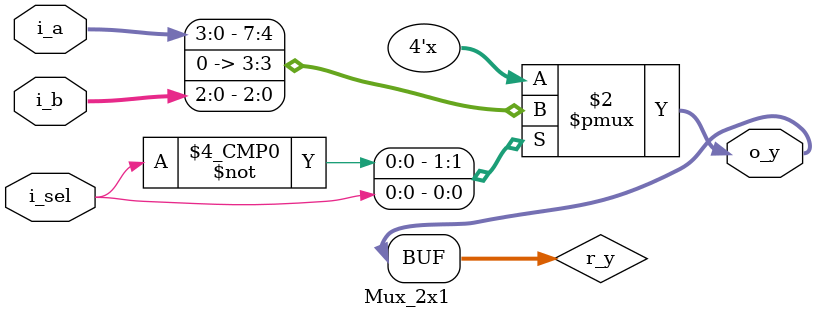
<source format=v>
`timescale 1ns / 1ps

module Mux_2x1(
    input [3:0] i_a,
    input [2:0] i_b,
    input i_sel,
    output [3:0] o_y
    );

    reg [3:0] r_y;
    assign o_y = r_y;

    always @(*) begin
        case (i_sel)
            1'b0 : r_y <= i_a;
            1'b1 : r_y <= i_b;
        endcase
    end
endmodule

</source>
